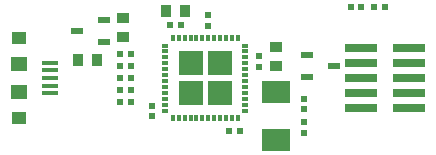
<source format=gtp>
G04 #@! TF.FileFunction,Paste,Top*
%FSLAX46Y46*%
G04 Gerber Fmt 4.6, Leading zero omitted, Abs format (unit mm)*
G04 Created by KiCad (PCBNEW 0.201512311516+6410~40~ubuntu14.04.1-stable) date Sun 03 Jan 2016 07:22:07 GMT*
%MOMM*%
G01*
G04 APERTURE LIST*
%ADD10C,0.100000*%
%ADD11R,0.950000X1.000000*%
%ADD12R,1.000000X0.950000*%
%ADD13R,0.620000X0.620000*%
%ADD14R,1.000000X0.600000*%
%ADD15R,2.400000X1.900000*%
%ADD16R,2.790000X0.740000*%
%ADD17R,1.350000X0.400000*%
%ADD18R,1.400000X1.300000*%
%ADD19R,1.300000X0.975000*%
%ADD20R,0.550000X0.300000*%
%ADD21R,0.300000X0.550000*%
%ADD22R,2.002000X2.002000*%
G04 APERTURE END LIST*
D10*
D11*
X115550000Y-94300000D03*
X113950000Y-94300000D03*
D12*
X123250000Y-99000000D03*
X123250000Y-97400000D03*
D13*
X115200000Y-95500000D03*
X114300000Y-95500000D03*
X119300000Y-104500000D03*
X120200000Y-104500000D03*
X112750000Y-102350000D03*
X112750000Y-103250000D03*
X121800000Y-99050000D03*
X121800000Y-98150000D03*
X125600000Y-103750000D03*
X125600000Y-104650000D03*
X117500000Y-94650000D03*
X117500000Y-95550000D03*
X125600000Y-102650000D03*
X125600000Y-101750000D03*
D11*
X108050000Y-98500000D03*
X106450000Y-98500000D03*
D14*
X108650000Y-96950000D03*
X108650000Y-95050000D03*
X106350000Y-96000000D03*
X125850000Y-98050000D03*
X125850000Y-99950000D03*
X128150000Y-99000000D03*
D13*
X110950000Y-99000000D03*
X110050000Y-99000000D03*
X110050000Y-98000000D03*
X110950000Y-98000000D03*
X110950000Y-102000000D03*
X110050000Y-102000000D03*
X110950000Y-100000000D03*
X110050000Y-100000000D03*
X110950000Y-101000000D03*
X110050000Y-101000000D03*
X131550000Y-94000000D03*
X132450000Y-94000000D03*
X129550000Y-94000000D03*
X130450000Y-94000000D03*
D15*
X123250000Y-105250000D03*
X123250000Y-101150000D03*
D12*
X110250000Y-96550000D03*
X110250000Y-94950000D03*
D16*
X130465000Y-97460000D03*
X134535000Y-97460000D03*
X130465000Y-98730000D03*
X134535000Y-98730000D03*
X130465000Y-100000000D03*
X134535000Y-100000000D03*
X130465000Y-101270000D03*
X134535000Y-101270000D03*
X130465000Y-102540000D03*
X134535000Y-102540000D03*
D17*
X104125000Y-99990000D03*
X104125000Y-100640000D03*
X104125000Y-99340000D03*
X104125000Y-98690000D03*
X104125000Y-101290000D03*
D18*
X101450000Y-101140000D03*
X101450000Y-98840000D03*
D19*
X101450000Y-103377500D03*
X101450000Y-96602500D03*
D20*
X120625000Y-102750000D03*
X120625000Y-102250000D03*
X120625000Y-101750000D03*
X120625000Y-101250000D03*
X120625000Y-100750000D03*
X120625000Y-100250000D03*
X120625000Y-99750000D03*
X120625000Y-99250000D03*
X120625000Y-98750000D03*
X120625000Y-98250000D03*
X120625000Y-97750000D03*
X120625000Y-97250000D03*
D21*
X120000000Y-96625000D03*
X119500000Y-96625000D03*
X119000000Y-96625000D03*
X118500000Y-96625000D03*
X118000000Y-96625000D03*
X117500000Y-96625000D03*
X117000000Y-96625000D03*
X116500000Y-96625000D03*
X116000000Y-96625000D03*
X115500000Y-96625000D03*
X115000000Y-96625000D03*
X114500000Y-96625000D03*
D20*
X113875000Y-97250000D03*
X113875000Y-97750000D03*
X113875000Y-98250000D03*
X113875000Y-98750000D03*
X113875000Y-99250000D03*
X113875000Y-99750000D03*
X113875000Y-100250000D03*
X113875000Y-100750000D03*
X113875000Y-101250000D03*
X113875000Y-101750000D03*
X113875000Y-102250000D03*
X113875000Y-102750000D03*
D21*
X114500000Y-103375000D03*
X115000000Y-103375000D03*
X115500000Y-103375000D03*
X116000000Y-103375000D03*
X116500000Y-103375000D03*
X117000000Y-103375000D03*
X117500000Y-103375000D03*
X118000000Y-103375000D03*
X118500000Y-103375000D03*
X119000000Y-103375000D03*
X119500000Y-103375000D03*
X120000000Y-103375000D03*
D22*
X118500000Y-101250000D03*
X118500000Y-98750000D03*
X116000000Y-101250000D03*
X116000000Y-98750000D03*
M02*

</source>
